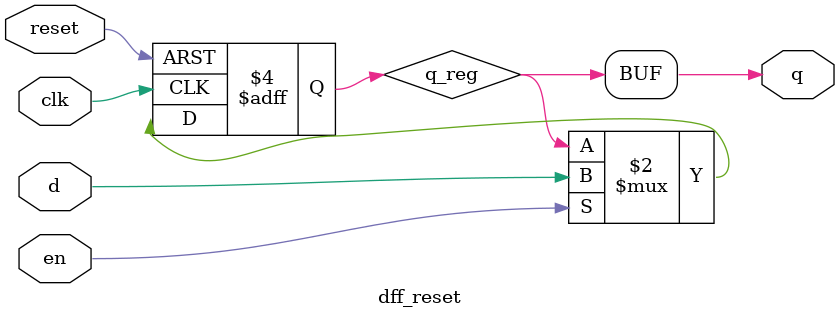
<source format=v>
`timescale 1ns / 1ps


module dff_reset (
input clk,
input en,
input reset,
input d,
output q);
reg q_reg;
always @( posedge clk , posedge reset )
    begin
        if ( reset ) 
            q_reg <=1'b0;
        else if( en )
            q_reg <= d;
    end

assign q= q_reg;
endmodule

</source>
